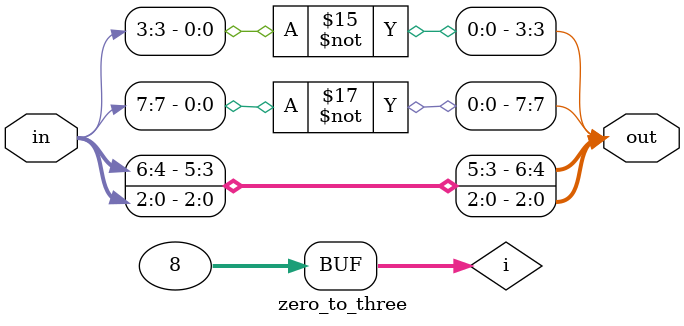
<source format=v>

module inv_bus(
    in,
    out
    );

input [7:0] in;
output reg [7:0] out;

integer i;

always @(in) begin // <- `in` is the only signal used as input in this `always` contruct 
    i = 0;
    while (i < 8) begin
        out[i] = ~in[i];
        i = i + 1;
    end
end

endmodule

//
// In the above example, the variable `i` does not correspond to actual physical wire of the circuit.
// This variable is only used to keep count of the iterations of the loop.
// For this reason, it is defined as an `integer` and not as a `reg`.
// 
// `integer` have an implicit width of 32 bits. They support the same operators as a 32-bit bus does.
// When specifying an `integer` constant, its width can be omitted, as it is assumed to be 32.
// This is the reason why the constants 0, 8, and 1 in the above code are not written as
// 32'd0, 32'd8, and 32'd1. 
//
//
// As it is a common pattern, Verilog provides a shorthand for certain `while` loops:
//
//    init            
//    while (guard) begin                     for (init; guard; update) begin
//        body                    <->             body
//        update                              end
//    end
//
// `for` loops are more common than `while` loops.  
//
// The following module is equivalent to the above `inv_bus` module.
//

module inv_bus_for(
    in,
    out
    );

input [7:0] in;
output reg [7:0] out;

integer i;

always @(in) begin
    for (i = 0; i < 8; i = i + 1) begin
        out[i] = ~in[i];
    end
end

endmodule

//
// The following two modules are equivalent.
// They both output 1 when all the bits of their input bus are 1.
//

module and_reduce_1(
    in,
    all_ones
    );

input [9:0] in;
output reg [9:0] all_ones;

integer i;

always @(in) begin
    all_ones = 1'b1;
    for (i = 0; i < 10; i = i + 1) begin
       all_ones = all_ones & in[i]; 
    end
end

endmodule

//

module and_reduce_2(
    in,
    all_ones
    );

input [9:0] in;
output reg [9:0] all_ones;

integer i;

always @(in) begin
    all_ones = 1'b1;
    for (i = 0; i < 10; i = i + 1) begin
        if (~in[i]) begin
            all_ones = 1'b0;            
        end
    end
end

endmodule

//
// Though `integer` variables do not themselves correspond to physical wires, 
// they can be used to generate constant wires inside of the loop.
//
// The following module checks whether its input bus is 8'b1010_1010.  
//

module test10(
    in,
    out
    );

input [7:0] in;
output reg out;

integer i; // <- `i` is an `integer`; there is no single physical bus that carries the value of `i`  

always @(in) begin
    out = 1'b1;
    for (i = 0; i < 8; i = i + 1) begin
        if (in[i] != i[0]) begin 
            out = 1'b0;
        end
    end
end

endmodule

//
// The following module outputs (in ^ 8'b11_10_01_00).
//

module zero_to_three(
    in,
    out
    );

input [7:0] in;
output reg [7:0] out;

integer i;

always @(in) begin
    for (i = 0; i < 8; i = i + 2) begin
        out[i] = in[i] ^ i[0];
        out[i + 1] = in[i + 1] ^ i[1];
    end
end

endmodule

</source>
